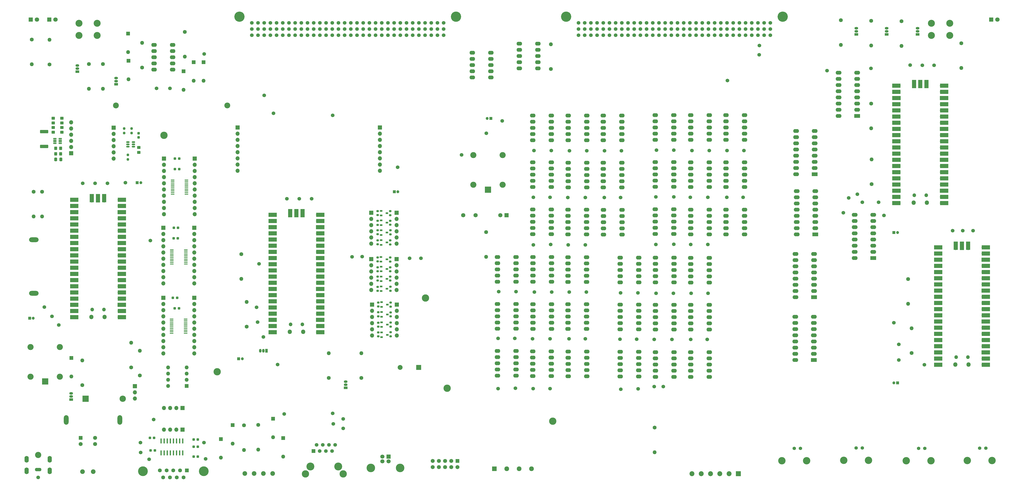
<source format=gts>
G04 #@! TF.GenerationSoftware,KiCad,Pcbnew,7.0.5*
G04 #@! TF.CreationDate,2023-08-08T10:19:50-04:00*
G04 #@! TF.ProjectId,Interconnect,496e7465-7263-46f6-9e6e-6563742e6b69,1.0*
G04 #@! TF.SameCoordinates,Original*
G04 #@! TF.FileFunction,Soldermask,Top*
G04 #@! TF.FilePolarity,Negative*
%FSLAX46Y46*%
G04 Gerber Fmt 4.6, Leading zero omitted, Abs format (unit mm)*
G04 Created by KiCad (PCBNEW 7.0.5) date 2023-08-08 10:19:50*
%MOMM*%
%LPD*%
G01*
G04 APERTURE LIST*
G04 Aperture macros list*
%AMRoundRect*
0 Rectangle with rounded corners*
0 $1 Rounding radius*
0 $2 $3 $4 $5 $6 $7 $8 $9 X,Y pos of 4 corners*
0 Add a 4 corners polygon primitive as box body*
4,1,4,$2,$3,$4,$5,$6,$7,$8,$9,$2,$3,0*
0 Add four circle primitives for the rounded corners*
1,1,$1+$1,$2,$3*
1,1,$1+$1,$4,$5*
1,1,$1+$1,$6,$7*
1,1,$1+$1,$8,$9*
0 Add four rect primitives between the rounded corners*
20,1,$1+$1,$2,$3,$4,$5,0*
20,1,$1+$1,$4,$5,$6,$7,0*
20,1,$1+$1,$6,$7,$8,$9,0*
20,1,$1+$1,$8,$9,$2,$3,0*%
G04 Aperture macros list end*
%ADD10R,1.800000X1.800000*%
%ADD11C,1.800000*%
%ADD12C,1.500000*%
%ADD13C,4.200000*%
%ADD14RoundRect,0.200000X0.275000X-0.200000X0.275000X0.200000X-0.275000X0.200000X-0.275000X-0.200000X0*%
%ADD15C,1.650000*%
%ADD16R,1.650000X1.650000*%
%ADD17O,2.400000X2.400000*%
%ADD18C,2.400000*%
%ADD19R,1.000000X0.700000*%
%ADD20O,2.400000X1.600000*%
%ADD21R,2.400000X1.600000*%
%ADD22O,1.600000X1.600000*%
%ADD23C,1.600000*%
%ADD24O,2.300000X1.600000*%
%ADD25O,1.700000X1.700000*%
%ADD26R,1.700000X1.700000*%
%ADD27RoundRect,0.250000X-0.337500X-0.475000X0.337500X-0.475000X0.337500X0.475000X-0.337500X0.475000X0*%
%ADD28RoundRect,0.237500X0.237500X-0.250000X0.237500X0.250000X-0.237500X0.250000X-0.237500X-0.250000X0*%
%ADD29RoundRect,0.100000X-0.637500X-0.100000X0.637500X-0.100000X0.637500X0.100000X-0.637500X0.100000X0*%
%ADD30RoundRect,0.250000X0.350000X0.450000X-0.350000X0.450000X-0.350000X-0.450000X0.350000X-0.450000X0*%
%ADD31RoundRect,0.237500X-0.300000X-0.237500X0.300000X-0.237500X0.300000X0.237500X-0.300000X0.237500X0*%
%ADD32O,1.500000X1.050000*%
%ADD33R,1.500000X1.050000*%
%ADD34C,2.025000*%
%ADD35R,2.025000X2.025000*%
%ADD36RoundRect,0.249999X1.425001X-0.450001X1.425001X0.450001X-1.425001X0.450001X-1.425001X-0.450001X0*%
%ADD37R,1.600000X1.600000*%
%ADD38C,3.000000*%
%ADD39C,1.200000*%
%ADD40R,1.200000X1.200000*%
%ADD41RoundRect,0.250000X-0.450000X0.350000X-0.450000X-0.350000X0.450000X-0.350000X0.450000X0.350000X0*%
%ADD42R,1.500000X1.500000*%
%ADD43C,3.250000*%
%ADD44RoundRect,0.200000X-0.275000X0.200000X-0.275000X-0.200000X0.275000X-0.200000X0.275000X0.200000X0*%
%ADD45O,2.500000X2.500000*%
%ADD46R,2.500000X2.500000*%
%ADD47C,4.000000*%
%ADD48RoundRect,0.237500X0.300000X0.237500X-0.300000X0.237500X-0.300000X-0.237500X0.300000X-0.237500X0*%
%ADD49R,1.700000X3.500000*%
%ADD50R,3.500000X1.700000*%
%ADD51O,1.800000X1.800000*%
%ADD52O,1.500000X1.500000*%
%ADD53RoundRect,0.150000X0.512500X0.150000X-0.512500X0.150000X-0.512500X-0.150000X0.512500X-0.150000X0*%
%ADD54RoundRect,0.237500X0.237500X-0.300000X0.237500X0.300000X-0.237500X0.300000X-0.237500X-0.300000X0*%
%ADD55RoundRect,0.041300X-0.253700X0.943700X-0.253700X-0.943700X0.253700X-0.943700X0.253700X0.943700X0*%
%ADD56C,1.905000*%
%ADD57C,3.500000*%
%ADD58C,1.700000*%
%ADD59O,3.900000X1.950000*%
%ADD60C,3.015000*%
%ADD61C,1.398000*%
%ADD62O,2.600000X2.600000*%
%ADD63R,2.600000X2.600000*%
%ADD64C,1.900000*%
%ADD65C,2.850000*%
%ADD66O,1.750000X2.750000*%
%ADD67O,2.700002X1.400000*%
%ADD68C,2.550000*%
%ADD69C,1.950000*%
%ADD70R,1.950000X1.950000*%
%ADD71C,1.725000*%
%ADD72R,1.725000X1.725000*%
%ADD73O,1.950000X3.900000*%
%ADD74RoundRect,0.125000X-0.537500X-0.125000X0.537500X-0.125000X0.537500X0.125000X-0.537500X0.125000X0*%
%ADD75C,2.000000*%
%ADD76R,2.000000X2.000000*%
%ADD77O,1.050000X1.500000*%
%ADD78R,1.050000X1.500000*%
G04 APERTURE END LIST*
D10*
X410973000Y-26799135D03*
D11*
X413513000Y-26799135D03*
D10*
X16632000Y-26799135D03*
D11*
X19172000Y-26799135D03*
D12*
X241477800Y-28145335D03*
X244017800Y-28145335D03*
X246557800Y-28145335D03*
X249097800Y-28145335D03*
X251637800Y-28145335D03*
X254177800Y-28145335D03*
X256717800Y-28145335D03*
X259257800Y-28145335D03*
X261797800Y-28145335D03*
X264337800Y-28145335D03*
X266877800Y-28145335D03*
X269417800Y-28145335D03*
X271957800Y-28145335D03*
X274497800Y-28145335D03*
X277037800Y-28145335D03*
X279577800Y-28145335D03*
X282117800Y-28145335D03*
X284657800Y-28145335D03*
X287197800Y-28145335D03*
X289737800Y-28145335D03*
X292277800Y-28145335D03*
X294817800Y-28145335D03*
X297357800Y-28145335D03*
X299897800Y-28145335D03*
X302437800Y-28145335D03*
X304977800Y-28145335D03*
X307517800Y-28145335D03*
X310057800Y-28145335D03*
X312597800Y-28145335D03*
X315137800Y-28145335D03*
X317677800Y-28145335D03*
X320217800Y-28145335D03*
X241477800Y-30685335D03*
X244017800Y-30685335D03*
X246557800Y-30685335D03*
X249097800Y-30685335D03*
X251637800Y-30685335D03*
X254177800Y-30685335D03*
X256717800Y-30685335D03*
X259257800Y-30685335D03*
X261797800Y-30685335D03*
X264337800Y-30685335D03*
X266877800Y-30685335D03*
X269417800Y-30685335D03*
X271957800Y-30685335D03*
X274497800Y-30685335D03*
X277037800Y-30685335D03*
X279577800Y-30685335D03*
X282117800Y-30685335D03*
X284657800Y-30685335D03*
X287197800Y-30685335D03*
X289737800Y-30685335D03*
X292277800Y-30685335D03*
X294817800Y-30685335D03*
X297357800Y-30685335D03*
X299897800Y-30685335D03*
X302437800Y-30685335D03*
X304977800Y-30685335D03*
X307517800Y-30685335D03*
X310057800Y-30685335D03*
X312597800Y-30685335D03*
X315137800Y-30685335D03*
X317677800Y-30685335D03*
X320217800Y-30685335D03*
X241477800Y-33225335D03*
X244017800Y-33225335D03*
X246557800Y-33225335D03*
X249097800Y-33225335D03*
X251637800Y-33225335D03*
X254177800Y-33225335D03*
X256717800Y-33225335D03*
X259257800Y-33225335D03*
X261797800Y-33225335D03*
X264337800Y-33225335D03*
X266877800Y-33225335D03*
X269417800Y-33225335D03*
X271957800Y-33225335D03*
X274497800Y-33225335D03*
X277037800Y-33225335D03*
X279577800Y-33225335D03*
X282117800Y-33225335D03*
X284657800Y-33225335D03*
X287197800Y-33225335D03*
X289737800Y-33225335D03*
X292277800Y-33225335D03*
X294817800Y-33225335D03*
X297357800Y-33225335D03*
X299897800Y-33225335D03*
X302437800Y-33225335D03*
X304977800Y-33225335D03*
X307517800Y-33225335D03*
X310057800Y-33225335D03*
X312597800Y-33225335D03*
X315137800Y-33225335D03*
X317677800Y-33225335D03*
X320217800Y-33225335D03*
D13*
X236397800Y-25605335D03*
X325297800Y-25605335D03*
D12*
X107442000Y-28145335D03*
X109982000Y-28145335D03*
X112522000Y-28145335D03*
X115062000Y-28145335D03*
X117602000Y-28145335D03*
X120142000Y-28145335D03*
X122682000Y-28145335D03*
X125222000Y-28145335D03*
X127762000Y-28145335D03*
X130302000Y-28145335D03*
X132842000Y-28145335D03*
X135382000Y-28145335D03*
X137922000Y-28145335D03*
X140462000Y-28145335D03*
X143002000Y-28145335D03*
X145542000Y-28145335D03*
X148082000Y-28145335D03*
X150622000Y-28145335D03*
X153162000Y-28145335D03*
X155702000Y-28145335D03*
X158242000Y-28145335D03*
X160782000Y-28145335D03*
X163322000Y-28145335D03*
X165862000Y-28145335D03*
X168402000Y-28145335D03*
X170942000Y-28145335D03*
X173482000Y-28145335D03*
X176022000Y-28145335D03*
X178562000Y-28145335D03*
X181102000Y-28145335D03*
X183642000Y-28145335D03*
X186182000Y-28145335D03*
X107442000Y-30685335D03*
X109982000Y-30685335D03*
X112522000Y-30685335D03*
X115062000Y-30685335D03*
X117602000Y-30685335D03*
X120142000Y-30685335D03*
X122682000Y-30685335D03*
X125222000Y-30685335D03*
X127762000Y-30685335D03*
X130302000Y-30685335D03*
X132842000Y-30685335D03*
X135382000Y-30685335D03*
X137922000Y-30685335D03*
X140462000Y-30685335D03*
X143002000Y-30685335D03*
X145542000Y-30685335D03*
X148082000Y-30685335D03*
X150622000Y-30685335D03*
X153162000Y-30685335D03*
X155702000Y-30685335D03*
X158242000Y-30685335D03*
X160782000Y-30685335D03*
X163322000Y-30685335D03*
X165862000Y-30685335D03*
X168402000Y-30685335D03*
X170942000Y-30685335D03*
X173482000Y-30685335D03*
X176022000Y-30685335D03*
X178562000Y-30685335D03*
X181102000Y-30685335D03*
X183642000Y-30685335D03*
X186182000Y-30685335D03*
X107442000Y-33225335D03*
X109982000Y-33225335D03*
X112522000Y-33225335D03*
X115062000Y-33225335D03*
X117602000Y-33225335D03*
X120142000Y-33225335D03*
X122682000Y-33225335D03*
X125222000Y-33225335D03*
X127762000Y-33225335D03*
X130302000Y-33225335D03*
X132842000Y-33225335D03*
X135382000Y-33225335D03*
X137922000Y-33225335D03*
X140462000Y-33225335D03*
X143002000Y-33225335D03*
X145542000Y-33225335D03*
X148082000Y-33225335D03*
X150622000Y-33225335D03*
X153162000Y-33225335D03*
X155702000Y-33225335D03*
X158242000Y-33225335D03*
X160782000Y-33225335D03*
X163322000Y-33225335D03*
X165862000Y-33225335D03*
X168402000Y-33225335D03*
X170942000Y-33225335D03*
X173482000Y-33225335D03*
X176022000Y-33225335D03*
X178562000Y-33225335D03*
X181102000Y-33225335D03*
X183642000Y-33225335D03*
X186182000Y-33225335D03*
D13*
X102362000Y-25605335D03*
X191262000Y-25605335D03*
D14*
X159043000Y-117534135D03*
X159043000Y-119184135D03*
D15*
X181670000Y-210737500D03*
X181670000Y-208197500D03*
X184210000Y-210737500D03*
X184210000Y-208197500D03*
X186750000Y-210737500D03*
X186750000Y-208197500D03*
X189290000Y-210737500D03*
X189290000Y-208197500D03*
X191830000Y-210737500D03*
D16*
X191830000Y-208197500D03*
D12*
X383519200Y-168656000D03*
D17*
X97300000Y-62120000D03*
D18*
X51580000Y-62120000D03*
D19*
X163018278Y-152182880D03*
X160618278Y-153132880D03*
X160618278Y-151232880D03*
D12*
X109743744Y-151161879D03*
D20*
X348249000Y-66408135D03*
X348249000Y-63868135D03*
X348249000Y-61328135D03*
X348249000Y-58788135D03*
X348249000Y-56248135D03*
X348249000Y-53708135D03*
X348249000Y-51168135D03*
X348249000Y-48628135D03*
X355869000Y-48628135D03*
X355869000Y-51168135D03*
X355869000Y-53708135D03*
X355869000Y-56248135D03*
X355869000Y-58788135D03*
X355869000Y-61328135D03*
X355869000Y-63868135D03*
D21*
X355869000Y-66408135D03*
D22*
X374142000Y-37594135D03*
D23*
X374142000Y-27434135D03*
D24*
X222758000Y-95644895D03*
X222758000Y-93104895D03*
X222758000Y-90564895D03*
X222758000Y-88024895D03*
X222758000Y-85484895D03*
X230378000Y-85484895D03*
X230378000Y-88024895D03*
X230378000Y-90564895D03*
X230378000Y-93104895D03*
X230378000Y-95644895D03*
X273073300Y-173649895D03*
X273073300Y-171109895D03*
X273073300Y-168569895D03*
X273073300Y-166029895D03*
X273073300Y-163489895D03*
X280693300Y-163489895D03*
X280693300Y-166029895D03*
X280693300Y-168569895D03*
X280693300Y-171109895D03*
X280693300Y-173649895D03*
D25*
X50673000Y-83949135D03*
X50673000Y-81409135D03*
X50673000Y-78869135D03*
X50673000Y-76329135D03*
X50673000Y-73789135D03*
D26*
X50673000Y-71249135D03*
D25*
X101600000Y-88900000D03*
X101600000Y-86360000D03*
X101600000Y-83820000D03*
X101600000Y-81280000D03*
X101600000Y-78740000D03*
X101600000Y-76200000D03*
X101600000Y-73660000D03*
D26*
X101600000Y-71120000D03*
D24*
X237236000Y-115129615D03*
X237236000Y-112589615D03*
X237236000Y-110049615D03*
X237236000Y-107509615D03*
X237236000Y-104969615D03*
X244856000Y-104969615D03*
X244856000Y-107509615D03*
X244856000Y-110049615D03*
X244856000Y-112589615D03*
X244856000Y-115129615D03*
D27*
X28959400Y-84312285D03*
X26884400Y-84312285D03*
D28*
X58039000Y-71606635D03*
X58039000Y-73431635D03*
D29*
X80586500Y-92708135D03*
X80586500Y-93358135D03*
X80586500Y-94008135D03*
X80586500Y-94658135D03*
X80586500Y-95308135D03*
X80586500Y-95958135D03*
X80586500Y-96608135D03*
X80586500Y-97258135D03*
X80586500Y-97908135D03*
X80586500Y-98558135D03*
X74861500Y-98558135D03*
X74861500Y-97908135D03*
X74861500Y-97258135D03*
X74861500Y-96608135D03*
X74861500Y-95958135D03*
X74861500Y-95308135D03*
X74861500Y-94658135D03*
X74861500Y-94008135D03*
X74861500Y-93358135D03*
X74861500Y-92708135D03*
D12*
X272618200Y-158294935D03*
D30*
X26900400Y-82026285D03*
X28900400Y-82026285D03*
D22*
X378236000Y-153670000D03*
D23*
X378236000Y-163830000D03*
D12*
X73800000Y-55100000D03*
D31*
X85255982Y-206408000D03*
X83530982Y-206408000D03*
D32*
X35810000Y-45660000D03*
X35810000Y-46930000D03*
D33*
X35810000Y-48200000D03*
D34*
X288050000Y-213480000D03*
X291860000Y-213480000D03*
X295670000Y-213480000D03*
X299480000Y-213480000D03*
X303290000Y-213480000D03*
D35*
X307100000Y-213480000D03*
D22*
X230150000Y-36920000D03*
D23*
X230150000Y-47080000D03*
D12*
X265379200Y-158162455D03*
D36*
X22185400Y-72834535D03*
X22185400Y-78934535D03*
D19*
X162858778Y-137450880D03*
X160458778Y-138400880D03*
X160458778Y-136500880D03*
D22*
X40550000Y-55250000D03*
D23*
X40550000Y-45090000D03*
D12*
X208508600Y-157883055D03*
D22*
X79375000Y-55626000D03*
D37*
X79375000Y-48006000D03*
D32*
X368025000Y-30355135D03*
X368025000Y-31625135D03*
D33*
X368025000Y-32895135D03*
D12*
X126873000Y-100459135D03*
X252095000Y-99976535D03*
X295198800Y-80601415D03*
D22*
X361630000Y-71480000D03*
D23*
X361630000Y-61320000D03*
D12*
X395097000Y-113538000D03*
D38*
X187553600Y-178333400D03*
D12*
X25349200Y-148793200D03*
D22*
X57860000Y-159590000D03*
D23*
X57860000Y-169750000D03*
D12*
X222885000Y-178511895D03*
D24*
X287536300Y-95638615D03*
X287536300Y-93098615D03*
X287536300Y-90558615D03*
X287536300Y-88018615D03*
X287536300Y-85478615D03*
X295156300Y-85478615D03*
X295156300Y-88018615D03*
X295156300Y-90558615D03*
X295156300Y-93098615D03*
X295156300Y-95638615D03*
D12*
X193548000Y-82425135D03*
D39*
X103520401Y-166245135D03*
D40*
X102020401Y-166245135D03*
D12*
X273227800Y-119249655D03*
D22*
X79880000Y-41990000D03*
D23*
X79880000Y-31830000D03*
D12*
X244906800Y-80740175D03*
X110333000Y-127189135D03*
X377672600Y-45491400D03*
D22*
X120250000Y-206420000D03*
D37*
X120250000Y-198800000D03*
D12*
X117980000Y-168620000D03*
D41*
X25868400Y-69310285D03*
X25868400Y-67310285D03*
D24*
X237251000Y-173451415D03*
X237251000Y-170911415D03*
X237251000Y-168371415D03*
X237251000Y-165831415D03*
X237251000Y-163291415D03*
X244871000Y-163291415D03*
X244871000Y-165831415D03*
X244871000Y-168371415D03*
X244871000Y-170911415D03*
X244871000Y-173451415D03*
D25*
X166898278Y-156627880D03*
X166898278Y-154087880D03*
X166898278Y-151547880D03*
X166898278Y-149007880D03*
X166898278Y-146467880D03*
D26*
X166898278Y-143927880D03*
D12*
X88413482Y-207338000D03*
X131953000Y-100459135D03*
X222605600Y-158015535D03*
D22*
X116126000Y-198490000D03*
D37*
X116126000Y-190870000D03*
D24*
X251730600Y-115195615D03*
X251730600Y-112655615D03*
X251730600Y-110115615D03*
X251730600Y-107575615D03*
X251730600Y-105035615D03*
X259350600Y-105035615D03*
X259350600Y-107575615D03*
X259350600Y-110115615D03*
X259350600Y-112655615D03*
X259350600Y-115195615D03*
D38*
X71323200Y-74396600D03*
D22*
X17100000Y-45170000D03*
D23*
X17100000Y-35010000D03*
D22*
X376830000Y-143610000D03*
D23*
X376830000Y-133450000D03*
D38*
X144930000Y-213541000D03*
X129390000Y-213541000D03*
D12*
X141605000Y-201601000D03*
X140335000Y-204141000D03*
X139065000Y-201601000D03*
X137795000Y-204141000D03*
X136525000Y-201601000D03*
X135255000Y-204141000D03*
X133985000Y-201601000D03*
D42*
X132715000Y-204141000D03*
D43*
X142875000Y-210491000D03*
X131445000Y-210491000D03*
D39*
X61849000Y-93855135D03*
D40*
X60349000Y-93855135D03*
D44*
X164253000Y-126254135D03*
X164253000Y-124604135D03*
D19*
X163018278Y-143927880D03*
X160618278Y-144877880D03*
X160618278Y-142977880D03*
D12*
X148550000Y-124350000D03*
D14*
X159273000Y-147134135D03*
X159273000Y-148784135D03*
X159273000Y-151374135D03*
X159273000Y-153024135D03*
D39*
X167367401Y-97560000D03*
D40*
X165867401Y-97560000D03*
D19*
X162843000Y-125359135D03*
X160443000Y-126309135D03*
X160443000Y-124409135D03*
D12*
X237794800Y-80740175D03*
X315722000Y-41277135D03*
D45*
X198373000Y-94679135D03*
X198373000Y-82479135D03*
X210373000Y-82479135D03*
X210373000Y-94679135D03*
D46*
X204373000Y-96679135D03*
D24*
X287559600Y-154231655D03*
X287559600Y-151691655D03*
X287559600Y-149151655D03*
X287559600Y-146611655D03*
X287559600Y-144071655D03*
X295179600Y-144071655D03*
X295179600Y-146611655D03*
X295179600Y-149151655D03*
X295179600Y-151691655D03*
X295179600Y-154231655D03*
D22*
X94663000Y-206872000D03*
D37*
X94663000Y-199252000D03*
D12*
X366903000Y-107317135D03*
D24*
X273073300Y-134813415D03*
X273073300Y-132273415D03*
X273073300Y-129733415D03*
X273073300Y-127193415D03*
X273073300Y-124653415D03*
X280693300Y-124653415D03*
X280693300Y-127193415D03*
X280693300Y-129733415D03*
X280693300Y-132273415D03*
X280693300Y-134813415D03*
D14*
X159043000Y-128604135D03*
X159043000Y-130254135D03*
D22*
X33350200Y-173532800D03*
D37*
X33350200Y-165912800D03*
D31*
X67575982Y-203868000D03*
X65850982Y-203868000D03*
D41*
X61036200Y-81367735D03*
X61036200Y-79367735D03*
D12*
X109347000Y-145036135D03*
X152700000Y-124200000D03*
D22*
X56769000Y-51310135D03*
D37*
X56769000Y-43690135D03*
D14*
X159043000Y-124554135D03*
X159043000Y-126204135D03*
D12*
X176850000Y-124950000D03*
X28117800Y-152323800D03*
D25*
X166865778Y-137958880D03*
X166865778Y-135418880D03*
X166865778Y-132878880D03*
X166865778Y-130338880D03*
X166865778Y-127798880D03*
D26*
X166865778Y-125258880D03*
D12*
X222935800Y-119388415D03*
X372999000Y-166751000D03*
D25*
X83739000Y-164042635D03*
X83739000Y-161502635D03*
X83739000Y-158962635D03*
X83739000Y-156422635D03*
X83739000Y-153882635D03*
X83739000Y-151342635D03*
X83739000Y-148802635D03*
X83739000Y-146262635D03*
X83739000Y-143722635D03*
D26*
X83739000Y-141182635D03*
D32*
X380725000Y-30355135D03*
X380725000Y-31625135D03*
D33*
X380725000Y-32895135D03*
D24*
X222766300Y-134564415D03*
X222766300Y-132024415D03*
X222766300Y-129484415D03*
X222766300Y-126944415D03*
X222766300Y-124404415D03*
X230386300Y-124404415D03*
X230386300Y-126944415D03*
X230386300Y-129484415D03*
X230386300Y-132024415D03*
X230386300Y-134564415D03*
D19*
X162858778Y-133386880D03*
X160458778Y-134336880D03*
X160458778Y-132436880D03*
D23*
X71026000Y-214967669D03*
X73796000Y-214967669D03*
X76566000Y-214967669D03*
X79336000Y-214967669D03*
X69641000Y-212127669D03*
X72411000Y-212127669D03*
X75181000Y-212127669D03*
X77951000Y-212127669D03*
D37*
X80721000Y-212127669D03*
D47*
X87681000Y-212427669D03*
X62681000Y-212427669D03*
D12*
X280492200Y-139270335D03*
X288086800Y-80601415D03*
D31*
X85238482Y-199398000D03*
X83513482Y-199398000D03*
D19*
X163018278Y-147991880D03*
X160618278Y-148941880D03*
X160618278Y-147041880D03*
D22*
X272733000Y-204709135D03*
D23*
X272733000Y-194549135D03*
D22*
X105283000Y-142877135D03*
D23*
X105283000Y-153037135D03*
D48*
X75379500Y-112401135D03*
X77104500Y-112401135D03*
D31*
X77489500Y-145495635D03*
X75764500Y-145495635D03*
D25*
X71323000Y-186445000D03*
X73863000Y-186445000D03*
X76403000Y-186445000D03*
D26*
X78943000Y-186445000D03*
D22*
X398627600Y-46685200D03*
D23*
X398627600Y-36525200D03*
D24*
X222758000Y-173334895D03*
X222758000Y-170794895D03*
X222758000Y-168254895D03*
X222758000Y-165714895D03*
X222758000Y-163174895D03*
X230378000Y-163174895D03*
X230378000Y-165714895D03*
X230378000Y-168254895D03*
X230378000Y-170794895D03*
X230378000Y-173334895D03*
D14*
X164263000Y-113404135D03*
X164263000Y-115054135D03*
D12*
X361569000Y-46863000D03*
D24*
X237236000Y-134622135D03*
X237236000Y-132082135D03*
X237236000Y-129542135D03*
X237236000Y-127002135D03*
X237236000Y-124462135D03*
X244856000Y-124462135D03*
X244856000Y-127002135D03*
X244856000Y-129542135D03*
X244856000Y-132082135D03*
X244856000Y-134622135D03*
D12*
X87744000Y-200690000D03*
D24*
X217234500Y-46860135D03*
X217234500Y-44320135D03*
X217234500Y-41780135D03*
X217234500Y-39240135D03*
X217234500Y-36700135D03*
X224854500Y-36700135D03*
X224854500Y-39240135D03*
X224854500Y-41780135D03*
X224854500Y-44320135D03*
X224854500Y-46860135D03*
D48*
X75002500Y-141177635D03*
X76727500Y-141177635D03*
D49*
X41727200Y-100211135D03*
D25*
X41727200Y-101111135D03*
D49*
X44267200Y-100211135D03*
D26*
X44267200Y-101111135D03*
D49*
X46807200Y-100211135D03*
D25*
X46807200Y-101111135D03*
D50*
X34477200Y-149141135D03*
D25*
X35377200Y-149141135D03*
D50*
X34477200Y-146601135D03*
D25*
X35377200Y-146601135D03*
D50*
X34477200Y-144061135D03*
D26*
X35377200Y-144061135D03*
D50*
X34477200Y-141521135D03*
D25*
X35377200Y-141521135D03*
D50*
X34477200Y-138981135D03*
D25*
X35377200Y-138981135D03*
D50*
X34477200Y-136441135D03*
D25*
X35377200Y-136441135D03*
D50*
X34477200Y-133901135D03*
D25*
X35377200Y-133901135D03*
D50*
X34477200Y-131361135D03*
D26*
X35377200Y-131361135D03*
D50*
X34477200Y-128821135D03*
D25*
X35377200Y-128821135D03*
D50*
X34477200Y-126281135D03*
D25*
X35377200Y-126281135D03*
D50*
X34477200Y-123741135D03*
D25*
X35377200Y-123741135D03*
D50*
X34477200Y-121201135D03*
D25*
X35377200Y-121201135D03*
D50*
X34477200Y-118661135D03*
D26*
X35377200Y-118661135D03*
D50*
X34477200Y-116121135D03*
D25*
X35377200Y-116121135D03*
D50*
X34477200Y-113581135D03*
D25*
X35377200Y-113581135D03*
D50*
X34477200Y-111041135D03*
D25*
X35377200Y-111041135D03*
D50*
X34477200Y-108501135D03*
D25*
X35377200Y-108501135D03*
D50*
X34477200Y-105961135D03*
D26*
X35377200Y-105961135D03*
D50*
X34477200Y-103421135D03*
D25*
X35377200Y-103421135D03*
D50*
X34477200Y-100881135D03*
D25*
X35377200Y-100881135D03*
D50*
X54057200Y-100881135D03*
D25*
X53157200Y-100881135D03*
D50*
X54057200Y-103421135D03*
D25*
X53157200Y-103421135D03*
D50*
X54057200Y-105961135D03*
D26*
X53157200Y-105961135D03*
D50*
X54057200Y-108501135D03*
D25*
X53157200Y-108501135D03*
D50*
X54057200Y-111041135D03*
D25*
X53157200Y-111041135D03*
D50*
X54057200Y-113581135D03*
D25*
X53157200Y-113581135D03*
D50*
X54057200Y-116121135D03*
D25*
X53157200Y-116121135D03*
D50*
X54057200Y-118661135D03*
D26*
X53157200Y-118661135D03*
D50*
X54057200Y-121201135D03*
D25*
X53157200Y-121201135D03*
D50*
X54057200Y-123741135D03*
D25*
X53157200Y-123741135D03*
D50*
X54057200Y-126281135D03*
D25*
X53157200Y-126281135D03*
D50*
X54057200Y-128821135D03*
D25*
X53157200Y-128821135D03*
D50*
X54057200Y-131361135D03*
D26*
X53157200Y-131361135D03*
D50*
X54057200Y-133901135D03*
D25*
X53157200Y-133901135D03*
D50*
X54057200Y-136441135D03*
D25*
X53157200Y-136441135D03*
D50*
X54057200Y-138981135D03*
D25*
X53157200Y-138981135D03*
D50*
X54057200Y-141521135D03*
D25*
X53157200Y-141521135D03*
D50*
X54057200Y-144061135D03*
D26*
X53157200Y-144061135D03*
D50*
X54057200Y-146601135D03*
D25*
X53157200Y-146601135D03*
D50*
X54057200Y-149141135D03*
D25*
X53157200Y-149141135D03*
D51*
X41542200Y-149011135D03*
D52*
X41842200Y-145981135D03*
X46692200Y-145981135D03*
D51*
X46992200Y-149011135D03*
D22*
X349250000Y-37213135D03*
D23*
X349250000Y-27053135D03*
D12*
X229844600Y-158015535D03*
D53*
X56515000Y-79057135D03*
X56515000Y-78107135D03*
X56515000Y-77157135D03*
X58790000Y-77157135D03*
X58790000Y-78107135D03*
X58790000Y-79057135D03*
D24*
X237244300Y-95777375D03*
X237244300Y-93237375D03*
X237244300Y-90697375D03*
X237244300Y-88157375D03*
X237244300Y-85617375D03*
X244864300Y-85617375D03*
X244864300Y-88157375D03*
X244864300Y-90697375D03*
X244864300Y-93237375D03*
X244864300Y-95777375D03*
X208280000Y-153850175D03*
X208280000Y-151310175D03*
X208280000Y-148770175D03*
X208280000Y-146230175D03*
X208280000Y-143690175D03*
X215900000Y-143690175D03*
X215900000Y-146230175D03*
X215900000Y-148770175D03*
X215900000Y-151310175D03*
X215900000Y-153850175D03*
D22*
X56610000Y-40150000D03*
D37*
X56610000Y-32530000D03*
D12*
X208534000Y-178506415D03*
D54*
X60934600Y-73485435D03*
X60934600Y-75210435D03*
D14*
X164353000Y-155329135D03*
X164353000Y-156979135D03*
D12*
X350266000Y-106174135D03*
D25*
X156446022Y-118937135D03*
X156446022Y-116397135D03*
X156446022Y-113857135D03*
X156446022Y-111317135D03*
X156446022Y-108777135D03*
D26*
X156446022Y-106237135D03*
D12*
X230047800Y-119261415D03*
D22*
X37840000Y-166900000D03*
D23*
X37840000Y-177060000D03*
D12*
X352425000Y-100078135D03*
X244703600Y-138787735D03*
X144926480Y-190946980D03*
X61729000Y-204761669D03*
D24*
X302022600Y-76220375D03*
X302022600Y-73680375D03*
X302022600Y-71140375D03*
X302022600Y-68600375D03*
X302022600Y-66060375D03*
X309642600Y-66060375D03*
X309642600Y-68600375D03*
X309642600Y-71140375D03*
X309642600Y-73680375D03*
X309642600Y-76220375D03*
D12*
X280670000Y-99705295D03*
D24*
X222766300Y-153982655D03*
X222766300Y-151442655D03*
X222766300Y-148902655D03*
X222766300Y-146362655D03*
X222766300Y-143822655D03*
X230386300Y-143822655D03*
X230386300Y-146362655D03*
X230386300Y-148902655D03*
X230386300Y-151442655D03*
X230386300Y-153982655D03*
D22*
X46290000Y-55250000D03*
D23*
X46290000Y-45090000D03*
D32*
X355600000Y-30355135D03*
X355600000Y-31625135D03*
D33*
X355600000Y-32895135D03*
D22*
X138990000Y-163920000D03*
D23*
X138990000Y-174080000D03*
D24*
X273050000Y-114924375D03*
X273050000Y-112384375D03*
X273050000Y-109844375D03*
X273050000Y-107304375D03*
X273050000Y-104764375D03*
X280670000Y-104764375D03*
X280670000Y-107304375D03*
X280670000Y-109844375D03*
X280670000Y-112384375D03*
X280670000Y-114924375D03*
X197930500Y-50543135D03*
X197930500Y-48003135D03*
X197930500Y-45463135D03*
X197930500Y-42923135D03*
X197930500Y-40383135D03*
X205550500Y-40383135D03*
X205550500Y-42923135D03*
X205550500Y-45463135D03*
X205550500Y-48003135D03*
X205550500Y-50543135D03*
D12*
X121793000Y-100459135D03*
D44*
X164253000Y-130264135D03*
X164253000Y-128614135D03*
D12*
X237286800Y-119393895D03*
D55*
X79070000Y-204950669D03*
X77800000Y-204950669D03*
X76530000Y-204950669D03*
X75260000Y-204950669D03*
X73990000Y-204950669D03*
X72720000Y-204950669D03*
X71450000Y-204950669D03*
X70180000Y-204950669D03*
X70180000Y-200000669D03*
X71450000Y-200000669D03*
X72720000Y-200000669D03*
X73990000Y-200000669D03*
X75260000Y-200000669D03*
X76530000Y-200000669D03*
X77800000Y-200000669D03*
X79070000Y-200000669D03*
D39*
X204000000Y-67450000D03*
D40*
X205500000Y-67450000D03*
D12*
X215874600Y-138655255D03*
X302437800Y-80596335D03*
D24*
X208280000Y-173177895D03*
X208280000Y-170637895D03*
X208280000Y-168097895D03*
X208280000Y-165557895D03*
X208280000Y-163017895D03*
X215900000Y-163017895D03*
X215900000Y-165557895D03*
X215900000Y-168097895D03*
X215900000Y-170637895D03*
X215900000Y-173177895D03*
D12*
X140589000Y-66169135D03*
X61650000Y-200700000D03*
X167280000Y-87470000D03*
X279857200Y-158294935D03*
D20*
X354853000Y-124828135D03*
X354853000Y-122288135D03*
X354853000Y-119748135D03*
X354853000Y-117208135D03*
X354853000Y-114668135D03*
X354853000Y-112128135D03*
X354853000Y-109588135D03*
X354853000Y-107048135D03*
X362473000Y-107048135D03*
X362473000Y-109588135D03*
X362473000Y-112128135D03*
X362473000Y-114668135D03*
X362473000Y-117208135D03*
X362473000Y-119748135D03*
X362473000Y-122288135D03*
D21*
X362473000Y-124828135D03*
D12*
X343535000Y-47754135D03*
X87884000Y-40894000D03*
D25*
X71374000Y-106809135D03*
X71374000Y-104269135D03*
X71374000Y-101729135D03*
X71374000Y-99189135D03*
X71374000Y-96649135D03*
X71374000Y-94109135D03*
X71374000Y-91569135D03*
X71374000Y-89029135D03*
X71374000Y-86489135D03*
D26*
X71374000Y-83949135D03*
D56*
X115917000Y-213433000D03*
X112107000Y-213433000D03*
X108297000Y-213433000D03*
X104487000Y-213433000D03*
D24*
X67247500Y-47368135D03*
X67247500Y-44828135D03*
X67247500Y-42288135D03*
X67247500Y-39748135D03*
X67247500Y-37208135D03*
X74867500Y-37208135D03*
X74867500Y-39748135D03*
X74867500Y-42288135D03*
X74867500Y-44828135D03*
X74867500Y-47368135D03*
D12*
X229870000Y-99844055D03*
D22*
X103050000Y-133352135D03*
D23*
X103050000Y-123192135D03*
D24*
X208280000Y-134564415D03*
X208280000Y-132024415D03*
X208280000Y-129484415D03*
X208280000Y-126944415D03*
X208280000Y-124404415D03*
X215900000Y-124404415D03*
X215900000Y-126944415D03*
X215900000Y-129484415D03*
X215900000Y-132024415D03*
X215900000Y-134564415D03*
D22*
X24384000Y-35054135D03*
D23*
X24384000Y-45214135D03*
D29*
X80193020Y-149872754D03*
X80193020Y-150522754D03*
X80193020Y-151172754D03*
X80193020Y-151822754D03*
X80193020Y-152472754D03*
X80193020Y-153122754D03*
X80193020Y-153772754D03*
X80193020Y-154422754D03*
X80193020Y-155072754D03*
X80193020Y-155722754D03*
X74468020Y-155722754D03*
X74468020Y-155072754D03*
X74468020Y-154422754D03*
X74468020Y-153772754D03*
X74468020Y-153122754D03*
X74468020Y-152472754D03*
X74468020Y-151822754D03*
X74468020Y-151172754D03*
X74468020Y-150522754D03*
X74468020Y-149872754D03*
D12*
X112141000Y-157228135D03*
D24*
X287543000Y-134871135D03*
X287543000Y-132331135D03*
X287543000Y-129791135D03*
X287543000Y-127251135D03*
X287543000Y-124711135D03*
X295163000Y-124711135D03*
X295163000Y-127251135D03*
X295163000Y-129791135D03*
X295163000Y-132331135D03*
X295163000Y-134871135D03*
D25*
X160020000Y-88900000D03*
X160020000Y-86360000D03*
X160020000Y-83820000D03*
X160020000Y-81280000D03*
X160020000Y-78740000D03*
X160020000Y-76200000D03*
X160020000Y-73660000D03*
D26*
X160020000Y-71120000D03*
D12*
X144926480Y-194883980D03*
D57*
X156260000Y-211142500D03*
X168300000Y-211142500D03*
D58*
X163530000Y-208432500D03*
X161030000Y-208432500D03*
X161030000Y-206432500D03*
D26*
X163530000Y-206432500D03*
D12*
X302387000Y-99837775D03*
D24*
X273073300Y-154231655D03*
X273073300Y-151691655D03*
X273073300Y-149151655D03*
X273073300Y-146611655D03*
X273073300Y-144071655D03*
X280693300Y-144071655D03*
X280693300Y-146611655D03*
X280693300Y-149151655D03*
X280693300Y-151691655D03*
X280693300Y-154231655D03*
D59*
X17881600Y-117322600D03*
X17881600Y-139322600D03*
D24*
X258587000Y-173479135D03*
X258587000Y-170939135D03*
X258587000Y-168399135D03*
X258587000Y-165859135D03*
X258587000Y-163319135D03*
X266207000Y-163319135D03*
X266207000Y-165859135D03*
X266207000Y-168399135D03*
X266207000Y-170939135D03*
X266207000Y-173479135D03*
D31*
X77004000Y-116719135D03*
X75279000Y-116719135D03*
D28*
X56515000Y-82425135D03*
X56515000Y-84250135D03*
D12*
X287604200Y-158294935D03*
D24*
X251714000Y-76416855D03*
X251714000Y-73876855D03*
X251714000Y-71336855D03*
X251714000Y-68796855D03*
X251714000Y-66256855D03*
X259334000Y-66256855D03*
X259334000Y-68796855D03*
X259334000Y-71336855D03*
X259334000Y-73876855D03*
X259334000Y-76416855D03*
X222758000Y-76359135D03*
X222758000Y-73819135D03*
X222758000Y-71279135D03*
X222758000Y-68739135D03*
X222758000Y-66199135D03*
X230378000Y-66199135D03*
X230378000Y-68739135D03*
X230378000Y-71279135D03*
X230378000Y-73819135D03*
X230378000Y-76359135D03*
D12*
X223189800Y-80607695D03*
X215366600Y-157883055D03*
D60*
X386210000Y-208110000D03*
X376050000Y-208110000D03*
D61*
X383670000Y-203030000D03*
X381130000Y-203030000D03*
D25*
X83949000Y-106809135D03*
X83949000Y-104269135D03*
X83949000Y-101729135D03*
X83949000Y-99189135D03*
X83949000Y-96649135D03*
X83949000Y-94109135D03*
X83949000Y-91569135D03*
X83949000Y-89029135D03*
X83949000Y-86489135D03*
D26*
X83949000Y-83949135D03*
D28*
X54991000Y-71606635D03*
X54991000Y-73431635D03*
D24*
X258587000Y-154099175D03*
X258587000Y-151559175D03*
X258587000Y-149019175D03*
X258587000Y-146479175D03*
X258587000Y-143939175D03*
X266207000Y-143939175D03*
X266207000Y-146479175D03*
X266207000Y-149019175D03*
X266207000Y-151559175D03*
X266207000Y-154099175D03*
D12*
X355981000Y-98552000D03*
D24*
X251714000Y-95765615D03*
X251714000Y-93225615D03*
X251714000Y-90685615D03*
X251714000Y-88145615D03*
X251714000Y-85605615D03*
X259334000Y-85605615D03*
X259334000Y-88145615D03*
X259334000Y-90685615D03*
X259334000Y-93225615D03*
X259334000Y-95765615D03*
D12*
X203708000Y-73535135D03*
X215646000Y-178379415D03*
X273481800Y-80468935D03*
D30*
X26900400Y-79740285D03*
X28900400Y-79740285D03*
D25*
X71039000Y-164042635D03*
X71039000Y-161502635D03*
X71039000Y-158962635D03*
X71039000Y-156422635D03*
X71039000Y-153882635D03*
X71039000Y-151342635D03*
X71039000Y-148802635D03*
X71039000Y-146262635D03*
X71039000Y-143722635D03*
D26*
X71039000Y-141182635D03*
D12*
X223367600Y-138787735D03*
D24*
X273050000Y-95506135D03*
X273050000Y-92966135D03*
X273050000Y-90426135D03*
X273050000Y-87886135D03*
X273050000Y-85346135D03*
X280670000Y-85346135D03*
X280670000Y-87886135D03*
X280670000Y-90426135D03*
X280670000Y-92966135D03*
X280670000Y-95506135D03*
D39*
X17678400Y-149555200D03*
D40*
X16178400Y-149555200D03*
D12*
X37973000Y-94109135D03*
X258775200Y-139137855D03*
D32*
X33197800Y-180467000D03*
X33197800Y-181737000D03*
D33*
X33197800Y-183007000D03*
D62*
X54390000Y-182680000D03*
D63*
X39150000Y-182680000D03*
D14*
X159033000Y-113394135D03*
X159033000Y-115044135D03*
D12*
X294563800Y-119255135D03*
D60*
X360550000Y-207960000D03*
X350390000Y-207960000D03*
D61*
X358010000Y-202880000D03*
X355470000Y-202880000D03*
D14*
X159063000Y-105494135D03*
X159063000Y-107144135D03*
D22*
X110030000Y-203570000D03*
D23*
X110030000Y-193410000D03*
D19*
X162853022Y-110301135D03*
X160453022Y-111251135D03*
X160453022Y-109351135D03*
D12*
X294335200Y-158294935D03*
D22*
X61400000Y-162960000D03*
D23*
X61400000Y-173120000D03*
D14*
X159033000Y-132424135D03*
X159033000Y-134074135D03*
D12*
X273304000Y-99705295D03*
D14*
X159273000Y-155374135D03*
X159273000Y-157024135D03*
D22*
X104188000Y-203697000D03*
D23*
X104188000Y-193537000D03*
D12*
X309118000Y-99837775D03*
D11*
X26792000Y-26799135D03*
D10*
X24252000Y-26799135D03*
D15*
X43070000Y-201260000D03*
X43070000Y-198760000D03*
X37170000Y-201260000D03*
D16*
X37170000Y-198760000D03*
D64*
X37920000Y-212660000D03*
X42320000Y-212660000D03*
D60*
X335120000Y-208100000D03*
X324960000Y-208100000D03*
D61*
X332580000Y-203020000D03*
X330040000Y-203020000D03*
D12*
X280593800Y-80468935D03*
X55499000Y-93855135D03*
X273380200Y-139270335D03*
X48133000Y-94109135D03*
D65*
X43942000Y-33300000D03*
X36452000Y-33300000D03*
X36452000Y-28300000D03*
X43942000Y-28300000D03*
D12*
X358013000Y-101854000D03*
D39*
X372467000Y-114300000D03*
D40*
X370967000Y-114300000D03*
D14*
X159043000Y-136644135D03*
X159043000Y-138294135D03*
D24*
X287536300Y-76220375D03*
X287536300Y-73680375D03*
X287536300Y-71140375D03*
X287536300Y-68600375D03*
X287536300Y-66060375D03*
X295156300Y-66060375D03*
X295156300Y-68600375D03*
X295156300Y-71140375D03*
X295156300Y-73680375D03*
X295156300Y-76220375D03*
D12*
X244271800Y-119393895D03*
D14*
X164253000Y-117584135D03*
X164253000Y-119234135D03*
D25*
X71061500Y-135266135D03*
X71061500Y-132726135D03*
X71061500Y-130186135D03*
X71061500Y-127646135D03*
X71061500Y-125106135D03*
X71061500Y-122566135D03*
X71061500Y-120026135D03*
X71061500Y-117486135D03*
X71061500Y-114946135D03*
D26*
X71061500Y-112406135D03*
D38*
X178663600Y-141224000D03*
D66*
X24410000Y-207580000D03*
X14910000Y-207580000D03*
X24410000Y-212280000D03*
X14910000Y-212280000D03*
D67*
X19660000Y-211780000D03*
D68*
X19660000Y-205780000D03*
D12*
X19660000Y-215030000D03*
X22250400Y-145008600D03*
D31*
X85255982Y-202418000D03*
X83530982Y-202418000D03*
D22*
X62357000Y-36324135D03*
D23*
X62357000Y-46484135D03*
D45*
X16580600Y-173564800D03*
X16580600Y-161364800D03*
X28580600Y-161364800D03*
X28580600Y-173564800D03*
D46*
X22580600Y-175564800D03*
D49*
X379272400Y-53253400D03*
D25*
X379272400Y-54153400D03*
D49*
X381812400Y-53253400D03*
D26*
X381812400Y-54153400D03*
D49*
X384352400Y-53253400D03*
D25*
X384352400Y-54153400D03*
D50*
X372022400Y-102183400D03*
D25*
X372922400Y-102183400D03*
D50*
X372022400Y-99643400D03*
D25*
X372922400Y-99643400D03*
D50*
X372022400Y-97103400D03*
D26*
X372922400Y-97103400D03*
D50*
X372022400Y-94563400D03*
D25*
X372922400Y-94563400D03*
D50*
X372022400Y-92023400D03*
D25*
X372922400Y-92023400D03*
D50*
X372022400Y-89483400D03*
D25*
X372922400Y-89483400D03*
D50*
X372022400Y-86943400D03*
D25*
X372922400Y-86943400D03*
D50*
X372022400Y-84403400D03*
D26*
X372922400Y-84403400D03*
D50*
X372022400Y-81863400D03*
D25*
X372922400Y-81863400D03*
D50*
X372022400Y-79323400D03*
D25*
X372922400Y-79323400D03*
D50*
X372022400Y-76783400D03*
D25*
X372922400Y-76783400D03*
D50*
X372022400Y-74243400D03*
D25*
X372922400Y-74243400D03*
D50*
X372022400Y-71703400D03*
D26*
X372922400Y-71703400D03*
D50*
X372022400Y-69163400D03*
D25*
X372922400Y-69163400D03*
D50*
X372022400Y-66623400D03*
D25*
X372922400Y-66623400D03*
D50*
X372022400Y-64083400D03*
D25*
X372922400Y-64083400D03*
D50*
X372022400Y-61543400D03*
D25*
X372922400Y-61543400D03*
D50*
X372022400Y-59003400D03*
D26*
X372922400Y-59003400D03*
D50*
X372022400Y-56463400D03*
D25*
X372922400Y-56463400D03*
D50*
X372022400Y-53923400D03*
D25*
X372922400Y-53923400D03*
D50*
X391602400Y-53923400D03*
D25*
X390702400Y-53923400D03*
D50*
X391602400Y-56463400D03*
D25*
X390702400Y-56463400D03*
D50*
X391602400Y-59003400D03*
D26*
X390702400Y-59003400D03*
D50*
X391602400Y-61543400D03*
D25*
X390702400Y-61543400D03*
D50*
X391602400Y-64083400D03*
D25*
X390702400Y-64083400D03*
D50*
X391602400Y-66623400D03*
D25*
X390702400Y-66623400D03*
D50*
X391602400Y-69163400D03*
D25*
X390702400Y-69163400D03*
D50*
X391602400Y-71703400D03*
D26*
X390702400Y-71703400D03*
D50*
X391602400Y-74243400D03*
D25*
X390702400Y-74243400D03*
D50*
X391602400Y-76783400D03*
D25*
X390702400Y-76783400D03*
D50*
X391602400Y-79323400D03*
D25*
X390702400Y-79323400D03*
D50*
X391602400Y-81863400D03*
D25*
X390702400Y-81863400D03*
D50*
X391602400Y-84403400D03*
D26*
X390702400Y-84403400D03*
D50*
X391602400Y-86943400D03*
D25*
X390702400Y-86943400D03*
D50*
X391602400Y-89483400D03*
D25*
X390702400Y-89483400D03*
D50*
X391602400Y-92023400D03*
D25*
X390702400Y-92023400D03*
D50*
X391602400Y-94563400D03*
D25*
X390702400Y-94563400D03*
D50*
X391602400Y-97103400D03*
D26*
X390702400Y-97103400D03*
D50*
X391602400Y-99643400D03*
D25*
X390702400Y-99643400D03*
D50*
X391602400Y-102183400D03*
D25*
X390702400Y-102183400D03*
D51*
X379087400Y-102053400D03*
D52*
X379387400Y-99023400D03*
X384237400Y-99023400D03*
D51*
X384537400Y-102053400D03*
D12*
X237109000Y-99976535D03*
X112460000Y-57930000D03*
X258826000Y-99976535D03*
X65253482Y-207528000D03*
X172168278Y-124940880D03*
X387451600Y-45618400D03*
X208762600Y-138655255D03*
D19*
X163018278Y-156373880D03*
X160618278Y-157323880D03*
X160618278Y-155423880D03*
D22*
X21259800Y-107746800D03*
D23*
X21259800Y-97586800D03*
D12*
X403479000Y-113538000D03*
X237718600Y-138782655D03*
X315770000Y-37490000D03*
D25*
X156451778Y-137958880D03*
X156451778Y-135418880D03*
X156451778Y-132878880D03*
X156451778Y-130338880D03*
X156451778Y-127798880D03*
D26*
X156451778Y-125258880D03*
D22*
X73015000Y-177411135D03*
X73015000Y-174871135D03*
X73015000Y-172331135D03*
X73015000Y-169791135D03*
X80635000Y-169791135D03*
X80635000Y-172331135D03*
X80635000Y-174871135D03*
D37*
X80635000Y-177411135D03*
D69*
X222170000Y-211420000D03*
X217090000Y-211420000D03*
X212010000Y-211420000D03*
D70*
X206930000Y-211420000D03*
D31*
X77570500Y-88267135D03*
X75845500Y-88267135D03*
D12*
X120660000Y-188920000D03*
D71*
X194183000Y-107190135D03*
X199263000Y-107190135D03*
X209423000Y-107190135D03*
D72*
X211963000Y-107190135D03*
D24*
X258587000Y-134813415D03*
X258587000Y-132273415D03*
X258587000Y-129733415D03*
X258587000Y-127193415D03*
X258587000Y-124653415D03*
X266207000Y-124653415D03*
X266207000Y-127193415D03*
X266207000Y-129733415D03*
X266207000Y-132273415D03*
X266207000Y-134813415D03*
D12*
X43053000Y-94109135D03*
X140550480Y-188637980D03*
D25*
X166860022Y-118937135D03*
X166860022Y-116397135D03*
X166860022Y-113857135D03*
X166860022Y-111317135D03*
X166860022Y-108777135D03*
D26*
X166860022Y-106237135D03*
D38*
X93167200Y-171577000D03*
D12*
X229870000Y-178511895D03*
D24*
X237244300Y-76359135D03*
X237244300Y-73819135D03*
X237244300Y-71279135D03*
X237244300Y-68739135D03*
X237244300Y-66199135D03*
X244864300Y-66199135D03*
X244864300Y-68739135D03*
X244864300Y-71279135D03*
X244864300Y-73819135D03*
X244864300Y-76359135D03*
D25*
X83761500Y-135261135D03*
X83761500Y-132721135D03*
X83761500Y-130181135D03*
X83761500Y-127641135D03*
X83761500Y-125101135D03*
X83761500Y-122561135D03*
X83761500Y-120021135D03*
X83761500Y-117481135D03*
X83761500Y-114941135D03*
D26*
X83761500Y-112401135D03*
D44*
X164243000Y-111154135D03*
X164243000Y-109504135D03*
D22*
X17856200Y-107746800D03*
D23*
X17856200Y-97586800D03*
D12*
X65740000Y-117650000D03*
D49*
X396392000Y-119776000D03*
D25*
X396392000Y-120676000D03*
D49*
X398932000Y-119776000D03*
D26*
X398932000Y-120676000D03*
D49*
X401472000Y-119776000D03*
D25*
X401472000Y-120676000D03*
D50*
X389142000Y-168706000D03*
D25*
X390042000Y-168706000D03*
D50*
X389142000Y-166166000D03*
D25*
X390042000Y-166166000D03*
D50*
X389142000Y-163626000D03*
D26*
X390042000Y-163626000D03*
D50*
X389142000Y-161086000D03*
D25*
X390042000Y-161086000D03*
D50*
X389142000Y-158546000D03*
D25*
X390042000Y-158546000D03*
D50*
X389142000Y-156006000D03*
D25*
X390042000Y-156006000D03*
D50*
X389142000Y-153466000D03*
D25*
X390042000Y-153466000D03*
D50*
X389142000Y-150926000D03*
D26*
X390042000Y-150926000D03*
D50*
X389142000Y-148386000D03*
D25*
X390042000Y-148386000D03*
D50*
X389142000Y-145846000D03*
D25*
X390042000Y-145846000D03*
D50*
X389142000Y-143306000D03*
D25*
X390042000Y-143306000D03*
D50*
X389142000Y-140766000D03*
D25*
X390042000Y-140766000D03*
D50*
X389142000Y-138226000D03*
D26*
X390042000Y-138226000D03*
D50*
X389142000Y-135686000D03*
D25*
X390042000Y-135686000D03*
D50*
X389142000Y-133146000D03*
D25*
X390042000Y-133146000D03*
D50*
X389142000Y-130606000D03*
D25*
X390042000Y-130606000D03*
D50*
X389142000Y-128066000D03*
D25*
X390042000Y-128066000D03*
D50*
X389142000Y-125526000D03*
D26*
X390042000Y-125526000D03*
D50*
X389142000Y-122986000D03*
D25*
X390042000Y-122986000D03*
D50*
X389142000Y-120446000D03*
D25*
X390042000Y-120446000D03*
D50*
X408722000Y-120446000D03*
D25*
X407822000Y-120446000D03*
D50*
X408722000Y-122986000D03*
D25*
X407822000Y-122986000D03*
D50*
X408722000Y-125526000D03*
D26*
X407822000Y-125526000D03*
D50*
X408722000Y-128066000D03*
D25*
X407822000Y-128066000D03*
D50*
X408722000Y-130606000D03*
D25*
X407822000Y-130606000D03*
D50*
X408722000Y-133146000D03*
D25*
X407822000Y-133146000D03*
D50*
X408722000Y-135686000D03*
D25*
X407822000Y-135686000D03*
D50*
X408722000Y-138226000D03*
D26*
X407822000Y-138226000D03*
D50*
X408722000Y-140766000D03*
D25*
X407822000Y-140766000D03*
D50*
X408722000Y-143306000D03*
D25*
X407822000Y-143306000D03*
D50*
X408722000Y-145846000D03*
D25*
X407822000Y-145846000D03*
D50*
X408722000Y-148386000D03*
D25*
X407822000Y-148386000D03*
D50*
X408722000Y-150926000D03*
D26*
X407822000Y-150926000D03*
D50*
X408722000Y-153466000D03*
D25*
X407822000Y-153466000D03*
D50*
X408722000Y-156006000D03*
D25*
X407822000Y-156006000D03*
D50*
X408722000Y-158546000D03*
D25*
X407822000Y-158546000D03*
D50*
X408722000Y-161086000D03*
D25*
X407822000Y-161086000D03*
D50*
X408722000Y-163626000D03*
D26*
X407822000Y-163626000D03*
D50*
X408722000Y-166166000D03*
D25*
X407822000Y-166166000D03*
D50*
X408722000Y-168706000D03*
D25*
X407822000Y-168706000D03*
D51*
X396207000Y-168576000D03*
D52*
X396507000Y-165546000D03*
X401357000Y-165546000D03*
D51*
X401657000Y-168576000D03*
D38*
X230900000Y-191850000D03*
D22*
X87630000Y-51945135D03*
D37*
X87630000Y-44325135D03*
D12*
X309422800Y-80601415D03*
D19*
X162853000Y-106374135D03*
X160453000Y-107324135D03*
X160453000Y-105424135D03*
D22*
X361830000Y-84280000D03*
D23*
X361830000Y-94440000D03*
D12*
X252145800Y-80735095D03*
D73*
X31220000Y-191403250D03*
X53220000Y-191403250D03*
D25*
X33234400Y-69072285D03*
X33234400Y-71612285D03*
X33234400Y-74152285D03*
X33234400Y-76692285D03*
X33234400Y-79232285D03*
D26*
X33234400Y-81772285D03*
D14*
X159273000Y-143094135D03*
X159273000Y-144744135D03*
D44*
X164353000Y-144784135D03*
X164353000Y-143134135D03*
D20*
X330469000Y-166738135D03*
X330469000Y-164198135D03*
X330469000Y-161658135D03*
X330469000Y-159118135D03*
X330469000Y-156578135D03*
X330469000Y-154038135D03*
X330469000Y-151498135D03*
X330469000Y-148958135D03*
X338089000Y-148958135D03*
X338089000Y-151498135D03*
X338089000Y-154038135D03*
X338089000Y-156578135D03*
X338089000Y-159118135D03*
X338089000Y-161658135D03*
X338089000Y-164198135D03*
D21*
X338089000Y-166738135D03*
D20*
X330850000Y-90411135D03*
X330850000Y-87871135D03*
X330850000Y-85331135D03*
X330850000Y-82791135D03*
X330850000Y-80251135D03*
X330850000Y-77711135D03*
X330850000Y-75171135D03*
X330850000Y-72631135D03*
X338470000Y-72631135D03*
X338470000Y-75171135D03*
X338470000Y-77711135D03*
X338470000Y-80251135D03*
X338470000Y-82791135D03*
X338470000Y-85331135D03*
X338470000Y-87871135D03*
D21*
X338470000Y-90411135D03*
D41*
X29424400Y-73120285D03*
X29424400Y-71120285D03*
D22*
X83566000Y-51945135D03*
D37*
X83566000Y-44325135D03*
D19*
X162858778Y-129322880D03*
X160458778Y-130272880D03*
X160458778Y-128372880D03*
D12*
X370967000Y-151384000D03*
D20*
X331089000Y-115064135D03*
X331089000Y-112524135D03*
X331089000Y-109984135D03*
X331089000Y-107444135D03*
X331089000Y-104904135D03*
X331089000Y-102364135D03*
X331089000Y-99824135D03*
X331089000Y-97284135D03*
X338709000Y-97284135D03*
X338709000Y-99824135D03*
X338709000Y-102364135D03*
X338709000Y-104904135D03*
X338709000Y-107444135D03*
X338709000Y-109984135D03*
X338709000Y-112524135D03*
D21*
X338709000Y-115064135D03*
D22*
X99560000Y-201120000D03*
D37*
X99560000Y-193500000D03*
D22*
X152400000Y-163920000D03*
D23*
X152400000Y-174080000D03*
D44*
X164363000Y-148804135D03*
X164363000Y-147154135D03*
D12*
X265953000Y-178628415D03*
D48*
X75845500Y-83949135D03*
X77570500Y-83949135D03*
D44*
X164243000Y-107189135D03*
X164243000Y-105539135D03*
D14*
X164353000Y-151344135D03*
X164353000Y-152994135D03*
X159063000Y-109544135D03*
X159063000Y-111194135D03*
D12*
X265887200Y-139137855D03*
X244348000Y-99976535D03*
D20*
X330596000Y-140957135D03*
X330596000Y-138417135D03*
X330596000Y-135877135D03*
X330596000Y-133337135D03*
X330596000Y-130797135D03*
X330596000Y-128257135D03*
X330596000Y-125717135D03*
X330596000Y-123177135D03*
X338216000Y-123177135D03*
X338216000Y-125717135D03*
X338216000Y-128257135D03*
X338216000Y-130797135D03*
X338216000Y-133337135D03*
X338216000Y-135877135D03*
X338216000Y-138417135D03*
D21*
X338216000Y-140957135D03*
D12*
X382625600Y-45618400D03*
D24*
X287536300Y-115056855D03*
X287536300Y-112516855D03*
X287536300Y-109976855D03*
X287536300Y-107436855D03*
X287536300Y-104896855D03*
X295156300Y-104896855D03*
X295156300Y-107436855D03*
X295156300Y-109976855D03*
X295156300Y-112516855D03*
X295156300Y-115056855D03*
D12*
X287578800Y-119255135D03*
X210185000Y-68455135D03*
D74*
X28783900Y-75717285D03*
X28783900Y-76367285D03*
X28783900Y-77017285D03*
X28783900Y-77667285D03*
X26508900Y-77667285D03*
X26508900Y-77017285D03*
X26508900Y-76367285D03*
X26508900Y-75717285D03*
D24*
X302022600Y-95638615D03*
X302022600Y-93098615D03*
X302022600Y-90558615D03*
X302022600Y-88018615D03*
X302022600Y-85478615D03*
X309642600Y-85478615D03*
X309642600Y-88018615D03*
X309642600Y-90558615D03*
X309642600Y-93098615D03*
X309642600Y-95638615D03*
D12*
X364718600Y-101879400D03*
D14*
X164263000Y-136604135D03*
X164263000Y-138254135D03*
D65*
X393877800Y-33300000D03*
X386387800Y-33300000D03*
X386387800Y-28300000D03*
X393877800Y-28300000D03*
D32*
X51730000Y-50810000D03*
X51730000Y-52080000D03*
D33*
X51730000Y-53350000D03*
D12*
X230479600Y-138787735D03*
X258521200Y-158162455D03*
D41*
X29424400Y-69310285D03*
X29424400Y-67310285D03*
D19*
X162853022Y-114365135D03*
X160453022Y-115315135D03*
X160453022Y-113415135D03*
D12*
X294716200Y-139270335D03*
X116332000Y-65280135D03*
X302641000Y-51818135D03*
D25*
X156738278Y-156627880D03*
X156738278Y-154087880D03*
X156738278Y-151547880D03*
X156738278Y-149007880D03*
X156738278Y-146467880D03*
D26*
X156738278Y-143927880D03*
D75*
X168285000Y-169801135D03*
D76*
X175885000Y-169801135D03*
D25*
X59430000Y-182550000D03*
X59430000Y-180010000D03*
D26*
X59430000Y-177470000D03*
D12*
X223012000Y-99844055D03*
D24*
X287559600Y-173649895D03*
X287559600Y-171109895D03*
X287559600Y-168569895D03*
X287559600Y-166029895D03*
X287559600Y-163489895D03*
X295179600Y-163489895D03*
X295179600Y-166029895D03*
X295179600Y-168569895D03*
X295179600Y-171109895D03*
X295179600Y-173649895D03*
D19*
X162853022Y-118429135D03*
X160453022Y-119379135D03*
X160453022Y-117479135D03*
D24*
X273050000Y-76220375D03*
X273050000Y-73680375D03*
X273050000Y-71140375D03*
X273050000Y-68600375D03*
X273050000Y-66060375D03*
X280670000Y-66060375D03*
X280670000Y-68600375D03*
X280670000Y-71140375D03*
X280670000Y-73680375D03*
X280670000Y-76220375D03*
D12*
X68290000Y-55100000D03*
X276275800Y-177675135D03*
D77*
X110871000Y-162943135D03*
X112141000Y-162943135D03*
D78*
X113411000Y-162943135D03*
D24*
X302022600Y-115056855D03*
X302022600Y-112516855D03*
X302022600Y-109976855D03*
X302022600Y-107436855D03*
X302022600Y-104896855D03*
X309642600Y-104896855D03*
X309642600Y-107436855D03*
X309642600Y-109976855D03*
X309642600Y-112516855D03*
X309642600Y-115056855D03*
D22*
X203600000Y-124280000D03*
D23*
X203600000Y-114120000D03*
D12*
X372999000Y-160274000D03*
X280593800Y-119122655D03*
D29*
X80274000Y-121414135D03*
X80274000Y-122064135D03*
X80274000Y-122714135D03*
X80274000Y-123364135D03*
X80274000Y-124014135D03*
X80274000Y-124664135D03*
X80274000Y-125314135D03*
X80274000Y-125964135D03*
X80274000Y-126614135D03*
X80274000Y-127264135D03*
X74549000Y-127264135D03*
X74549000Y-126614135D03*
X74549000Y-125964135D03*
X74549000Y-125314135D03*
X74549000Y-124664135D03*
X74549000Y-124014135D03*
X74549000Y-123364135D03*
X74549000Y-122714135D03*
X74549000Y-122064135D03*
X74549000Y-121414135D03*
D41*
X25868400Y-73120285D03*
X25868400Y-71120285D03*
D12*
X140804480Y-192955980D03*
D48*
X65570982Y-198708000D03*
X67295982Y-198708000D03*
D12*
X287401000Y-99837775D03*
X294640000Y-99837775D03*
D32*
X145923000Y-175643135D03*
X145923000Y-176913135D03*
D33*
X145923000Y-178183135D03*
D12*
X259130800Y-80740175D03*
D22*
X361696000Y-37467135D03*
D23*
X361696000Y-27307135D03*
D39*
X370991000Y-176151135D03*
D40*
X372491000Y-176151135D03*
D12*
X230301800Y-80607695D03*
D60*
X411300000Y-208050000D03*
X401140000Y-208050000D03*
D61*
X408760000Y-202970000D03*
X406220000Y-202970000D03*
D12*
X272618200Y-177675135D03*
D25*
X71323000Y-195363669D03*
X73863000Y-195363669D03*
X76403000Y-195363669D03*
D26*
X78943000Y-195363669D03*
D12*
X244322600Y-158015535D03*
D49*
X123179944Y-106345879D03*
D25*
X123179944Y-107245879D03*
D49*
X125719944Y-106345879D03*
D26*
X125719944Y-107245879D03*
D49*
X128259944Y-106345879D03*
D25*
X128259944Y-107245879D03*
D50*
X115929944Y-155275879D03*
D25*
X116829944Y-155275879D03*
D50*
X115929944Y-152735879D03*
D25*
X116829944Y-152735879D03*
D50*
X115929944Y-150195879D03*
D26*
X116829944Y-150195879D03*
D50*
X115929944Y-147655879D03*
D25*
X116829944Y-147655879D03*
D50*
X115929944Y-145115879D03*
D25*
X116829944Y-145115879D03*
D50*
X115929944Y-142575879D03*
D25*
X116829944Y-142575879D03*
D50*
X115929944Y-140035879D03*
D25*
X116829944Y-140035879D03*
D50*
X115929944Y-137495879D03*
D26*
X116829944Y-137495879D03*
D50*
X115929944Y-134955879D03*
D25*
X116829944Y-134955879D03*
D50*
X115929944Y-132415879D03*
D25*
X116829944Y-132415879D03*
D50*
X115929944Y-129875879D03*
D25*
X116829944Y-129875879D03*
D50*
X115929944Y-127335879D03*
D25*
X116829944Y-127335879D03*
D50*
X115929944Y-124795879D03*
D26*
X116829944Y-124795879D03*
D50*
X115929944Y-122255879D03*
D25*
X116829944Y-122255879D03*
D50*
X115929944Y-119715879D03*
D25*
X116829944Y-119715879D03*
D50*
X115929944Y-117175879D03*
D25*
X116829944Y-117175879D03*
D50*
X115929944Y-114635879D03*
D25*
X116829944Y-114635879D03*
D50*
X115929944Y-112095879D03*
D26*
X116829944Y-112095879D03*
D50*
X115929944Y-109555879D03*
D25*
X116829944Y-109555879D03*
D50*
X115929944Y-107015879D03*
D25*
X116829944Y-107015879D03*
D50*
X135509944Y-107015879D03*
D25*
X134609944Y-107015879D03*
D50*
X135509944Y-109555879D03*
D25*
X134609944Y-109555879D03*
D50*
X135509944Y-112095879D03*
D26*
X134609944Y-112095879D03*
D50*
X135509944Y-114635879D03*
D25*
X134609944Y-114635879D03*
D50*
X135509944Y-117175879D03*
D25*
X134609944Y-117175879D03*
D50*
X135509944Y-119715879D03*
D25*
X134609944Y-119715879D03*
D50*
X135509944Y-122255879D03*
D25*
X134609944Y-122255879D03*
D50*
X135509944Y-124795879D03*
D26*
X134609944Y-124795879D03*
D50*
X135509944Y-127335879D03*
D25*
X134609944Y-127335879D03*
D50*
X135509944Y-129875879D03*
D25*
X134609944Y-129875879D03*
D50*
X135509944Y-132415879D03*
D25*
X134609944Y-132415879D03*
D50*
X135509944Y-134955879D03*
D25*
X134609944Y-134955879D03*
D50*
X135509944Y-137495879D03*
D26*
X134609944Y-137495879D03*
D50*
X135509944Y-140035879D03*
D25*
X134609944Y-140035879D03*
D50*
X135509944Y-142575879D03*
D25*
X134609944Y-142575879D03*
D50*
X135509944Y-145115879D03*
D25*
X134609944Y-145115879D03*
D50*
X135509944Y-147655879D03*
D25*
X134609944Y-147655879D03*
D50*
X135509944Y-150195879D03*
D26*
X134609944Y-150195879D03*
D50*
X135509944Y-152735879D03*
D25*
X134609944Y-152735879D03*
D50*
X135509944Y-155275879D03*
D25*
X134609944Y-155275879D03*
D51*
X122994944Y-155145879D03*
D52*
X123294944Y-152115879D03*
X128144944Y-152115879D03*
D51*
X128444944Y-155145879D03*
D12*
X67140000Y-191180000D03*
X287731200Y-139265255D03*
D24*
X222758000Y-114972615D03*
X222758000Y-112432615D03*
X222758000Y-109892615D03*
X222758000Y-107352615D03*
X222758000Y-104812615D03*
X230378000Y-104812615D03*
X230378000Y-107352615D03*
X230378000Y-109892615D03*
X230378000Y-112432615D03*
X230378000Y-114972615D03*
D12*
X258841000Y-178755415D03*
X399288000Y-113538000D03*
X237591600Y-158015535D03*
D14*
X164233000Y-132414135D03*
X164233000Y-134064135D03*
D24*
X237236000Y-153970895D03*
X237236000Y-151430895D03*
X237236000Y-148890895D03*
X237236000Y-146350895D03*
X237236000Y-143810895D03*
X244856000Y-143810895D03*
X244856000Y-146350895D03*
X244856000Y-148890895D03*
X244856000Y-151430895D03*
X244856000Y-153970895D03*
M02*

</source>
